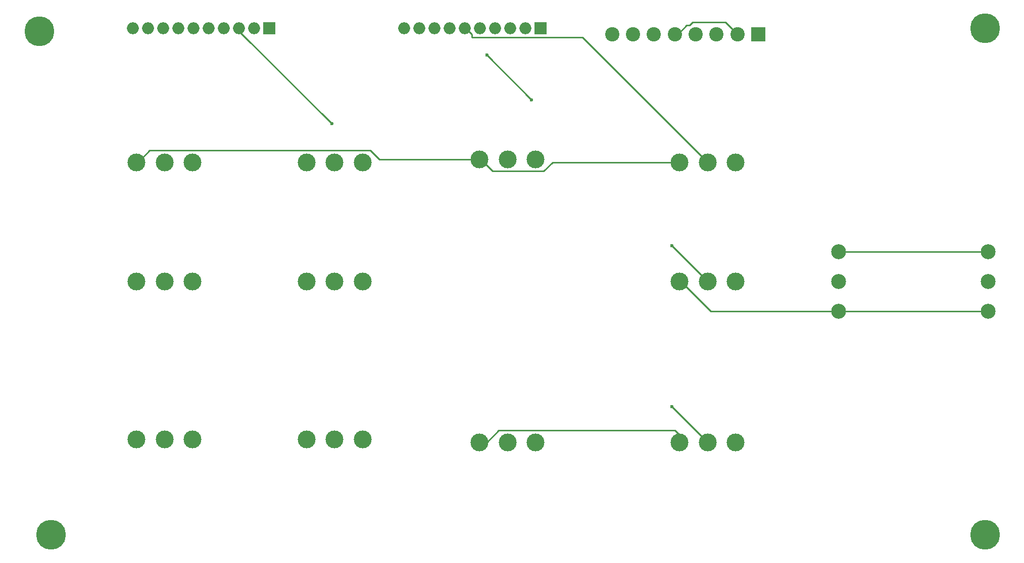
<source format=gbr>
G04 #@! TF.FileFunction,Copper,L2,Bot,Signal*
%FSLAX46Y46*%
G04 Gerber Fmt 4.6, Leading zero omitted, Abs format (unit mm)*
G04 Created by KiCad (PCBNEW 4.0.0-rc2-stable) date 11-1-2016 16:01:00*
%MOMM*%
G01*
G04 APERTURE LIST*
%ADD10C,0.100000*%
%ADD11O,1.998980X1.998980*%
%ADD12R,1.998980X1.998980*%
%ADD13C,2.499360*%
%ADD14C,2.997200*%
%ADD15C,2.400000*%
%ADD16R,2.400000X2.400000*%
%ADD17C,5.001260*%
%ADD18C,0.600000*%
%ADD19C,0.250000*%
G04 APERTURE END LIST*
D10*
D11*
X71880000Y-35000000D03*
D12*
X79500000Y-35000000D03*
D11*
X76960000Y-35000000D03*
X74420000Y-35000000D03*
X69340000Y-35000000D03*
X66800000Y-35000000D03*
X64260000Y-35000000D03*
X61720000Y-35000000D03*
X59180000Y-35000000D03*
X56640000Y-35000000D03*
X117380000Y-35000000D03*
D12*
X125000000Y-35000000D03*
D11*
X122460000Y-35000000D03*
X119920000Y-35000000D03*
X114840000Y-35000000D03*
X112300000Y-35000000D03*
X109760000Y-35000000D03*
X107220000Y-35000000D03*
X104680000Y-35000000D03*
X102140000Y-35000000D03*
D13*
X200000000Y-77501260D03*
X200000000Y-82502520D03*
X200000000Y-72500000D03*
X175000000Y-77501260D03*
X175000000Y-82502520D03*
X175000000Y-72500000D03*
D14*
X57301000Y-77500000D03*
X62000000Y-77500000D03*
X66699000Y-77500000D03*
X57301000Y-57500000D03*
X62000000Y-57500000D03*
X66699000Y-57500000D03*
X57301000Y-104000000D03*
X62000000Y-104000000D03*
X66699000Y-104000000D03*
X85801000Y-57500000D03*
X90500000Y-57500000D03*
X95199000Y-57500000D03*
X85801000Y-104000000D03*
X90500000Y-104000000D03*
X95199000Y-104000000D03*
X85801000Y-77500000D03*
X90500000Y-77500000D03*
X95199000Y-77500000D03*
X114801000Y-57000000D03*
X119500000Y-57000000D03*
X124199000Y-57000000D03*
X114801000Y-104500000D03*
X119500000Y-104500000D03*
X124199000Y-104500000D03*
X148301000Y-77500000D03*
X153000000Y-77500000D03*
X157699000Y-77500000D03*
X148301000Y-57500000D03*
X153000000Y-57500000D03*
X157699000Y-57500000D03*
X148301000Y-104500000D03*
X153000000Y-104500000D03*
X157699000Y-104500000D03*
D15*
X154500000Y-36000000D03*
X158000000Y-36000000D03*
X151000000Y-36000000D03*
X147500000Y-36000000D03*
X144000000Y-36000000D03*
X140500000Y-36000000D03*
D16*
X161500000Y-36000000D03*
D15*
X137000000Y-36000000D03*
D17*
X199500000Y-120000000D03*
X43000000Y-120000000D03*
X41000000Y-35500000D03*
X199500000Y-35000000D03*
D18*
X90000000Y-51000000D03*
X147000000Y-98500000D03*
X116000000Y-39500000D03*
X123500000Y-47000000D03*
X147000000Y-71500000D03*
D19*
X74420000Y-35000000D02*
X74500000Y-35000000D01*
X74500000Y-35000000D02*
X74500000Y-35500000D01*
X74500000Y-35500000D02*
X90000000Y-51000000D01*
X74500000Y-35000000D02*
X74500000Y-35500000D01*
X74420000Y-35000000D02*
X74500000Y-35000000D01*
X57301000Y-57500000D02*
X57500000Y-57500000D01*
X57500000Y-57500000D02*
X59500000Y-55500000D01*
X59500000Y-55500000D02*
X96500000Y-55500000D01*
X96500000Y-55500000D02*
X98000000Y-57000000D01*
X98000000Y-57000000D02*
X114801000Y-57000000D01*
X148301000Y-77500000D02*
X148500000Y-77500000D01*
X148500000Y-77500000D02*
X153500000Y-82500000D01*
X153500000Y-82500000D02*
X175000000Y-82500000D01*
X175000000Y-82500000D02*
X175000000Y-82502520D01*
X114801000Y-57000000D02*
X115000000Y-57000000D01*
X115000000Y-57000000D02*
X117000000Y-59000000D01*
X117000000Y-59000000D02*
X125500000Y-59000000D01*
X125500000Y-59000000D02*
X127000000Y-57500000D01*
X127000000Y-57500000D02*
X148301000Y-57500000D01*
X175000000Y-82502520D02*
X175000000Y-82500000D01*
X175000000Y-82500000D02*
X200000000Y-82500000D01*
X200000000Y-82500000D02*
X200000000Y-82502520D01*
X57301000Y-57500000D02*
X57500000Y-57500000D01*
X175000000Y-82500000D02*
X175000000Y-82502520D01*
X148301000Y-77500000D02*
X148500000Y-77500000D01*
X116000000Y-104500000D02*
X114801000Y-104500000D01*
X118000000Y-102500000D02*
X116000000Y-104500000D01*
X147500000Y-102500000D02*
X118000000Y-102500000D01*
X148500000Y-103500000D02*
X147500000Y-102500000D01*
X148301000Y-103500000D02*
X148500000Y-103500000D01*
X114801000Y-57000000D02*
X115000000Y-57000000D01*
X200000000Y-82500000D02*
X200000000Y-82502520D01*
X175000000Y-82502520D02*
X175000000Y-82500000D01*
X153000000Y-104500000D02*
X147000000Y-98500000D01*
X116000000Y-39500000D02*
X123500000Y-47000000D01*
X147000000Y-71500000D02*
X153000000Y-77500000D01*
X153000000Y-57500000D02*
X132000000Y-36500000D01*
X132000000Y-36500000D02*
X113500000Y-36500000D01*
X113500000Y-36500000D02*
X113500000Y-36000000D01*
X113500000Y-36000000D02*
X112500000Y-35000000D01*
X112500000Y-35000000D02*
X112300000Y-35000000D01*
X112500000Y-35000000D02*
X112300000Y-35000000D01*
X175000000Y-72500000D02*
X200000000Y-72500000D01*
X148000000Y-36000000D02*
X147500000Y-36000000D01*
X149500000Y-34500000D02*
X148000000Y-36000000D01*
X150000000Y-34500000D02*
X149500000Y-34500000D01*
X150500000Y-34000000D02*
X150000000Y-34500000D01*
X156000000Y-34000000D02*
X150500000Y-34000000D01*
X158000000Y-36000000D02*
X156000000Y-34000000D01*
M02*

</source>
